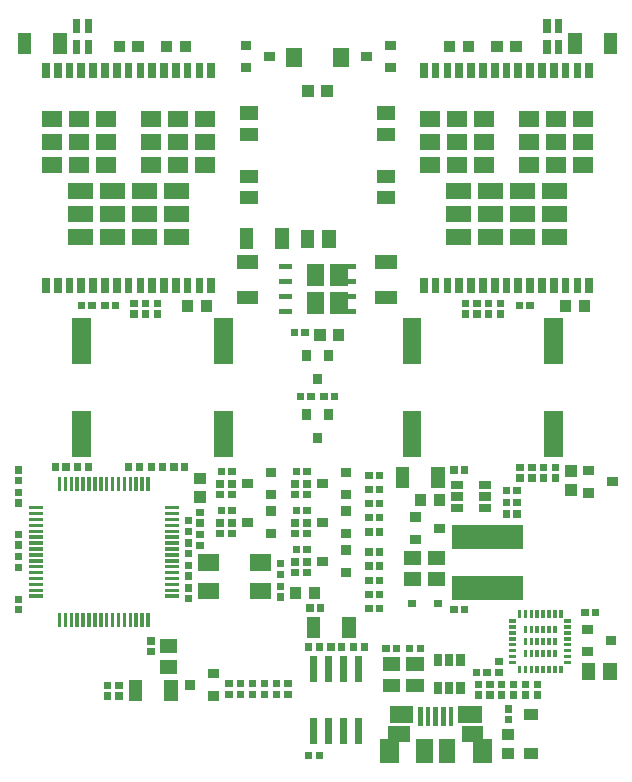
<source format=gbr>
G04 start of page 13 for group -4015 idx -4015 *
G04 Title: (unknown), toppaste *
G04 Creator: pcb 1.99z *
G04 CreationDate: Sat 29 Jun 2013 11:07:14 GMT UTC *
G04 For: rbarlow *
G04 Format: Gerber/RS-274X *
G04 PCB-Dimensions (mm): 70.00 90.00 *
G04 PCB-Coordinate-Origin: lower left *
%MOMM*%
%FSLAX43Y43*%
%LNTOPPASTE*%
%ADD196R,0.400X0.400*%
%ADD195R,1.460X1.460*%
%ADD194R,1.625X1.625*%
%ADD193R,1.375X1.375*%
%ADD192R,1.400X1.400*%
%ADD191R,2.000X2.000*%
%ADD190R,0.700X0.700*%
%ADD189R,0.910X0.910*%
%ADD188R,0.300X0.300*%
%ADD187R,0.620X0.620*%
%ADD186R,1.350X1.350*%
%ADD185R,0.650X0.650*%
%ADD184R,1.500X1.500*%
%ADD183R,0.450X0.450*%
%ADD182R,1.600X1.600*%
%ADD181R,0.950X0.950*%
%ADD180R,1.150X1.150*%
%ADD179R,0.600X0.600*%
%ADD178R,0.800X0.800*%
G54D178*X29900Y71000D02*X30000D01*
X29900Y69100D02*X30000D01*
X31900Y70050D02*X32000D01*
X42100Y69100D02*X42200D01*
X42100Y71000D02*X42200D01*
X40100Y70050D02*X40200D01*
G54D179*X16575Y71150D02*Y70550D01*
Y72950D02*Y72350D01*
X15625Y72950D02*Y72350D01*
Y71150D02*Y70550D01*
X56375Y71150D02*Y70550D01*
Y72950D02*Y72350D01*
X55425Y72950D02*Y72350D01*
Y71150D02*Y70550D01*
G54D180*X36950Y54750D02*Y54450D01*
X35150Y54750D02*Y54450D01*
G54D181*X52800Y70925D02*Y70875D01*
X51200Y70925D02*Y70875D01*
G54D180*X30000Y54975D02*Y54325D01*
X33000Y54975D02*Y54325D01*
X11200Y71475D02*Y70825D01*
X14200Y71475D02*Y70825D01*
X60800Y71475D02*Y70825D01*
X57800Y71475D02*Y70825D01*
G54D182*X16000Y47100D02*Y44800D01*
Y39200D02*Y36900D01*
X44000Y47100D02*Y44800D01*
Y39200D02*Y36900D01*
G54D183*X32970Y52265D02*X33600D01*
X32970Y50995D02*X33600D01*
X32970Y49725D02*X33600D01*
X32970Y48455D02*X33600D01*
X38475D02*X39025D01*
X38475Y49725D02*X39025D01*
X38475Y50995D02*X39025D01*
X38475Y52265D02*X39025D01*
G54D184*X35835Y51730D02*Y51360D01*
Y49360D02*Y48990D01*
X37835Y51730D02*Y51360D01*
Y49360D02*Y48990D01*
G54D181*X37800Y46475D02*Y46425D01*
X36200Y46475D02*Y46425D01*
G54D182*X28000Y47100D02*Y44800D01*
Y39200D02*Y36900D01*
X56000Y47100D02*Y44800D01*
Y39200D02*Y36900D01*
G54D181*X35200Y67175D02*Y67125D01*
X36800Y67175D02*Y67125D01*
G54D185*X13000Y50975D02*Y50325D01*
X14000Y50975D02*Y50325D01*
X15000Y50975D02*Y50325D01*
X16000Y50975D02*Y50325D01*
X17000Y50975D02*Y50325D01*
X18000Y50975D02*Y50325D01*
X19000Y50975D02*Y50325D01*
X20000Y50975D02*Y50325D01*
X21000Y50975D02*Y50325D01*
X22000Y50975D02*Y50325D01*
X23000Y50975D02*Y50325D01*
X24000Y50975D02*Y50325D01*
X25000Y50975D02*Y50325D01*
X26000Y50975D02*Y50325D01*
X27000Y50975D02*Y50325D01*
Y69175D02*Y68525D01*
X26000Y69175D02*Y68525D01*
X25000Y69175D02*Y68525D01*
X24000Y69175D02*Y68525D01*
X23000Y69175D02*Y68525D01*
X22000Y69175D02*Y68525D01*
X21000Y69175D02*Y68525D01*
X20000Y69175D02*Y68525D01*
X19000Y69175D02*Y68525D01*
X18000Y69175D02*Y68525D01*
X17000Y69175D02*Y68525D01*
X16000Y69175D02*Y68525D01*
X15000Y69175D02*Y68525D01*
X14000Y69175D02*Y68525D01*
X13000Y69175D02*Y68525D01*
G54D186*X20975Y58650D02*X21750D01*
X23700D02*X24475D01*
X15525D02*X16300D01*
X18250D02*X19025D01*
X20975Y56700D02*X21750D01*
X23700D02*X24475D01*
X15525D02*X16300D01*
X18250D02*X19025D01*
X20975Y54750D02*X21750D01*
X23700D02*X24475D01*
X15525D02*X16300D01*
X18250D02*X19025D01*
X17925Y64750D02*X18275D01*
X15625D02*X15975D01*
X13325D02*X13675D01*
X17925Y62800D02*X18275D01*
X15625D02*X15975D01*
X13325D02*X13675D01*
X17925Y60850D02*X18275D01*
X15625D02*X15975D01*
X13325D02*X13675D01*
X21725Y64750D02*X22075D01*
X24025D02*X24375D01*
X26325D02*X26675D01*
X21725Y62800D02*X22075D01*
X24025D02*X24375D01*
X26325D02*X26675D01*
X21725Y60850D02*X22075D01*
X24025D02*X24375D01*
X26325D02*X26675D01*
G54D185*X45000Y50975D02*Y50325D01*
X46000Y50975D02*Y50325D01*
X47000Y50975D02*Y50325D01*
X48000Y50975D02*Y50325D01*
X49000Y50975D02*Y50325D01*
X50000Y50975D02*Y50325D01*
X51000Y50975D02*Y50325D01*
X52000Y50975D02*Y50325D01*
X53000Y50975D02*Y50325D01*
X54000Y50975D02*Y50325D01*
X55000Y50975D02*Y50325D01*
X56000Y50975D02*Y50325D01*
X57000Y50975D02*Y50325D01*
X58000Y50975D02*Y50325D01*
X59000Y50975D02*Y50325D01*
Y69175D02*Y68525D01*
X58000Y69175D02*Y68525D01*
X57000Y69175D02*Y68525D01*
X56000Y69175D02*Y68525D01*
X55000Y69175D02*Y68525D01*
X54000Y69175D02*Y68525D01*
X53000Y69175D02*Y68525D01*
X52000Y69175D02*Y68525D01*
X51000Y69175D02*Y68525D01*
X50000Y69175D02*Y68525D01*
X49000Y69175D02*Y68525D01*
X48000Y69175D02*Y68525D01*
X47000Y69175D02*Y68525D01*
X46000Y69175D02*Y68525D01*
X45000Y69175D02*Y68525D01*
G54D186*X52975Y58650D02*X53750D01*
X55700D02*X56475D01*
X47525D02*X48300D01*
X50250D02*X51025D01*
X52975Y56700D02*X53750D01*
X55700D02*X56475D01*
X47525D02*X48300D01*
X50250D02*X51025D01*
X52975Y54750D02*X53750D01*
X55700D02*X56475D01*
X47525D02*X48300D01*
X50250D02*X51025D01*
X49925Y64750D02*X50275D01*
X47625D02*X47975D01*
X45325D02*X45675D01*
X49925Y62800D02*X50275D01*
X47625D02*X47975D01*
X45325D02*X45675D01*
X49925Y60850D02*X50275D01*
X47625D02*X47975D01*
X45325D02*X45675D01*
X53725Y64750D02*X54075D01*
X56025D02*X56375D01*
X58325D02*X58675D01*
X53725Y62800D02*X54075D01*
X56025D02*X56375D01*
X58325D02*X58675D01*
X53725Y60850D02*X54075D01*
X56025D02*X56375D01*
X58325D02*X58675D01*
G54D178*X27150Y15900D02*X27250D01*
X27150Y17800D02*X27250D01*
X25150Y16850D02*X25250D01*
G54D180*X41650Y65250D02*X41950D01*
X41650Y63450D02*X41950D01*
X41650Y59900D02*X41950D01*
X41650Y58100D02*X41950D01*
X30050Y65250D02*X30350D01*
X30050Y63450D02*X30350D01*
X30050Y59900D02*X30350D01*
X30050Y58100D02*X30350D01*
G54D187*X15699Y35300D02*X15701D01*
X16599D02*X16601D01*
X26050Y28651D02*Y28649D01*
Y29551D02*Y29549D01*
X25050Y28851D02*Y28849D01*
Y27951D02*Y27949D01*
G54D188*X23200Y24350D02*X24100D01*
X23200Y24850D02*X24100D01*
X23200Y25350D02*X24100D01*
X23200Y25850D02*X24100D01*
X23200Y26350D02*X24100D01*
X23200Y26850D02*X24100D01*
X23200Y27350D02*X24100D01*
X23200Y27850D02*X24100D01*
X23200Y28350D02*X24100D01*
X23200Y28850D02*X24100D01*
X23200Y29350D02*X24100D01*
X23200Y29850D02*X24100D01*
X23200Y30350D02*X24100D01*
X23200Y30850D02*X24100D01*
X23200Y31350D02*X24100D01*
X23200Y31850D02*X24100D01*
X21650Y34300D02*Y33400D01*
X21150Y34300D02*Y33400D01*
X20650Y34300D02*Y33400D01*
X20150Y34300D02*Y33400D01*
X19650Y34300D02*Y33400D01*
X19150Y34300D02*Y33400D01*
X18650Y34300D02*Y33400D01*
X18150Y34300D02*Y33400D01*
X17650Y34300D02*Y33400D01*
X17150Y34300D02*Y33400D01*
X16650Y34300D02*Y33400D01*
X16150Y34300D02*Y33400D01*
X15650Y34300D02*Y33400D01*
X15150Y34300D02*Y33400D01*
X14650Y34300D02*Y33400D01*
X14150Y34300D02*Y33400D01*
X11700Y31850D02*X12600D01*
X11700Y31350D02*X12600D01*
X11700Y30850D02*X12600D01*
X11700Y30350D02*X12600D01*
X11700Y29850D02*X12600D01*
X11700Y29350D02*X12600D01*
X11700Y28850D02*X12600D01*
X11700Y28350D02*X12600D01*
X11700Y27850D02*X12600D01*
X11700Y27350D02*X12600D01*
X11700Y26850D02*X12600D01*
X11700Y26350D02*X12600D01*
X11700Y25850D02*X12600D01*
X11700Y25350D02*X12600D01*
X11700Y24850D02*X12600D01*
X11700Y24350D02*X12600D01*
X14150Y22800D02*Y21900D01*
X14650Y22800D02*Y21900D01*
X15150Y22800D02*Y21900D01*
X15650Y22800D02*Y21900D01*
X16150Y22800D02*Y21900D01*
X16650Y22800D02*Y21900D01*
X17150Y22800D02*Y21900D01*
X17650Y22800D02*Y21900D01*
X18150Y22800D02*Y21900D01*
X18650Y22800D02*Y21900D01*
X19150Y22800D02*Y21900D01*
X19650Y22800D02*Y21900D01*
X20150Y22800D02*Y21900D01*
X20650Y22800D02*Y21900D01*
X21150Y22800D02*Y21900D01*
X21650Y22800D02*Y21900D01*
G54D181*X26600Y48975D02*Y48925D01*
X25000Y48975D02*Y48925D01*
G54D180*X29725Y52650D02*X30375D01*
X29725Y49650D02*X30375D01*
G54D181*X58600Y48975D02*Y48925D01*
X57000Y48975D02*Y48925D01*
G54D180*X41475Y52650D02*X42125D01*
X41475Y49650D02*X42125D01*
G54D181*X24800Y70925D02*Y70875D01*
X23200Y70925D02*Y70875D01*
X20800Y70925D02*Y70875D01*
X19200Y70925D02*Y70875D01*
X48800Y70925D02*Y70875D01*
X47200Y70925D02*Y70875D01*
G54D178*X36950Y39800D02*Y39700D01*
X35050Y39800D02*Y39700D01*
X36000Y37800D02*Y37700D01*
G54D187*X34949Y46700D02*X34951D01*
X34049D02*X34051D01*
X37449Y41250D02*X37451D01*
X36549D02*X36551D01*
G54D178*X36950Y44800D02*Y44700D01*
X35050Y44800D02*Y44700D01*
X36000Y42800D02*Y42700D01*
G54D187*X35449Y41250D02*X35451D01*
X34549D02*X34551D01*
G54D188*X56600Y23000D02*Y22700D01*
X56100Y23000D02*Y22700D01*
X55600Y23000D02*Y22700D01*
X55100Y23000D02*Y22700D01*
X54600Y23000D02*Y22700D01*
X54100Y23000D02*Y22700D01*
X53600Y23000D02*Y22700D01*
X53100Y23000D02*Y22700D01*
X52350Y22250D02*X52650D01*
X52350Y21750D02*X52650D01*
X52350Y21250D02*X52650D01*
X52350Y20750D02*X52650D01*
X52350Y20250D02*X52650D01*
X52350Y19750D02*X52650D01*
X52350Y19250D02*X52650D01*
X52350Y18750D02*X52650D01*
X56600Y18300D02*Y18000D01*
X56100Y18300D02*Y18000D01*
X55600Y18300D02*Y18000D01*
X55100Y18300D02*Y18000D01*
X54600Y18300D02*Y18000D01*
X54100Y18300D02*Y18000D01*
X53600Y18300D02*Y18000D01*
X53100Y18300D02*Y18000D01*
X57050Y22250D02*X57350D01*
X57050Y21750D02*X57350D01*
X57050Y21250D02*X57350D01*
X57050Y20750D02*X57350D01*
X57050Y20250D02*X57350D01*
X57050Y19750D02*X57350D01*
X57050Y19250D02*X57350D01*
X57050Y18750D02*X57350D01*
X56100Y21650D02*Y21350D01*
X55600Y21650D02*Y21350D01*
X55100Y21650D02*Y21350D01*
X54600Y21650D02*Y21350D01*
X54100Y21650D02*Y21350D01*
X53600Y21650D02*Y21350D01*
X56100Y20650D02*Y20350D01*
X55600Y20650D02*Y20350D01*
X55100Y20650D02*Y20350D01*
X54600Y20650D02*Y20350D01*
X54100Y20650D02*Y20350D01*
X53600Y20650D02*Y20350D01*
X56100Y19650D02*Y19350D01*
X55600Y19650D02*Y19350D01*
X55100Y19650D02*Y19350D01*
X54600Y19650D02*Y19350D01*
X54100Y19650D02*Y19350D01*
X53600Y19650D02*Y19350D01*
G54D180*X58950Y18100D02*Y17800D01*
X60750Y18100D02*Y17800D01*
G54D181*X52125Y11050D02*X52175D01*
X52125Y12650D02*X52175D01*
G54D187*X52150Y14801D02*Y14799D01*
Y13901D02*Y13899D01*
X51350Y17901D02*Y17899D01*
Y18801D02*Y18799D01*
X59549Y22950D02*X59551D01*
X58649D02*X58651D01*
X19200Y15901D02*Y15899D01*
Y16801D02*Y16799D01*
X18200Y16801D02*Y16799D01*
Y15901D02*Y15899D01*
G54D180*X23600Y16675D02*Y16025D01*
X20600Y16675D02*Y16025D01*
G54D189*X53895Y14335D02*X54205D01*
X53895Y11065D02*X54205D01*
G54D178*X58800Y21550D02*X58900D01*
X58800Y19650D02*X58900D01*
X60800Y20600D02*X60900D01*
G54D187*X36149Y10850D02*X36151D01*
X35249D02*X35251D01*
X50349Y17900D02*X50351D01*
X49449D02*X49451D01*
G54D178*X58900Y35000D02*X59000D01*
X58900Y33100D02*X59000D01*
X60900Y34050D02*X61000D01*
G54D181*X57425Y34950D02*X57475D01*
X57425Y33350D02*X57475D01*
G54D180*X23250Y18350D02*X23550D01*
X23250Y20150D02*X23550D01*
G54D187*X21900Y19651D02*Y19649D01*
Y20551D02*Y20549D01*
X10700Y24101D02*Y24099D01*
Y23201D02*Y23199D01*
X14699Y35300D02*X14701D01*
X13799D02*X13801D01*
X20899D02*X20901D01*
X19999D02*X20001D01*
G54D181*X26025Y34350D02*X26075D01*
X26025Y32750D02*X26075D01*
G54D187*X25050Y29851D02*Y29849D01*
Y30751D02*Y30749D01*
X39949Y20050D02*X39951D01*
X39049D02*X39051D01*
X38049D02*X38051D01*
X37149D02*X37151D01*
X36149D02*X36151D01*
X35249D02*X35251D01*
X32850Y26201D02*Y26199D01*
Y27101D02*Y27099D01*
X25050Y24151D02*Y24149D01*
Y25051D02*Y25049D01*
Y26051D02*Y26049D01*
Y26951D02*Y26949D01*
G54D180*X38650Y22025D02*Y21375D01*
X35650Y22025D02*Y21375D01*
G54D187*X36249Y23350D02*X36251D01*
X35349D02*X35351D01*
G54D181*X35750Y24675D02*Y24625D01*
X34150Y24675D02*Y24625D01*
G54D187*X32850Y25201D02*Y25199D01*
Y24301D02*Y24299D01*
X53150Y35251D02*Y35249D01*
Y34351D02*Y34349D01*
X56150Y34351D02*Y34349D01*
Y35251D02*Y35249D01*
X55150Y34351D02*Y34349D01*
Y35251D02*Y35249D01*
X54150Y35251D02*Y35249D01*
Y34351D02*Y34349D01*
G54D179*X46199Y23750D02*X46201D01*
X43999D02*X44001D01*
G54D190*X50050Y31850D02*X50350D01*
X50050Y32800D02*X50350D01*
X50050Y33750D02*X50350D01*
X47650D02*X47950D01*
X47650Y32800D02*X47950D01*
X47650Y31850D02*X47950D01*
G54D187*X52899Y31300D02*X52901D01*
X51999D02*X52001D01*
G54D191*X48400Y29350D02*X52400D01*
X48400Y25050D02*X52400D01*
G54D187*X47549Y35050D02*X47551D01*
X48449D02*X48451D01*
X51999Y32300D02*X52001D01*
X52899D02*X52901D01*
X48449Y23200D02*X48451D01*
X47549D02*X47551D01*
G54D180*X43900Y27600D02*X44200D01*
X43900Y25800D02*X44200D01*
G54D178*X44250Y31050D02*X44350D01*
X44250Y29150D02*X44350D01*
X46250Y30100D02*X46350D01*
G54D180*X45900Y27600D02*X46200D01*
X45900Y25800D02*X46200D01*
X43200Y34725D02*Y34075D01*
X46200Y34725D02*Y34075D01*
G54D181*X44700Y32525D02*Y32475D01*
X46300Y32525D02*Y32475D01*
G54D187*X52899Y33300D02*X52901D01*
X51999D02*X52001D01*
X24749Y35300D02*X24751D01*
X23849D02*X23851D01*
X10700Y32251D02*Y32249D01*
Y33151D02*Y33149D01*
Y35051D02*Y35049D01*
Y34151D02*Y34149D01*
Y29601D02*Y29599D01*
Y28701D02*Y28699D01*
Y26801D02*Y26799D01*
Y27701D02*Y27699D01*
X26050Y30551D02*Y30549D01*
Y31451D02*Y31449D01*
G54D178*X38350Y32950D02*X38450D01*
X38350Y34850D02*X38450D01*
X36350Y33900D02*X36450D01*
G54D187*X35100Y32951D02*Y32949D01*
Y33851D02*Y33849D01*
X34100Y32951D02*Y32949D01*
Y33851D02*Y33849D01*
X34199Y34900D02*X34201D01*
X35099D02*X35101D01*
X35100Y26351D02*Y26349D01*
Y27251D02*Y27249D01*
X34100Y26351D02*Y26349D01*
Y27251D02*Y27249D01*
X34199Y28300D02*X34201D01*
X35099D02*X35101D01*
G54D178*X38350Y26350D02*X38450D01*
X38350Y28250D02*X38450D01*
X36350Y27300D02*X36450D01*
X38350Y29650D02*X38450D01*
X38350Y31550D02*X38450D01*
X36350Y30600D02*X36450D01*
G54D187*X34199Y31600D02*X34201D01*
X35099D02*X35101D01*
X35100Y29651D02*Y29649D01*
Y30551D02*Y30549D01*
X34100Y29651D02*Y29649D01*
Y30551D02*Y30549D01*
G54D178*X32000Y32950D02*X32100D01*
X32000Y34850D02*X32100D01*
X30000Y33900D02*X30100D01*
X32000Y29650D02*X32100D01*
X32000Y31550D02*X32100D01*
X30000Y30600D02*X30100D01*
G54D187*X27750Y29651D02*Y29649D01*
Y30551D02*Y30549D01*
X27849Y31600D02*X27851D01*
X28749D02*X28751D01*
X28750Y29651D02*Y29649D01*
Y30551D02*Y30549D01*
X27849Y34900D02*X27851D01*
X28749D02*X28751D01*
X27750Y32951D02*Y32949D01*
Y33851D02*Y33849D01*
X28750Y32951D02*Y32949D01*
Y33851D02*Y33849D01*
X21949Y35300D02*X21951D01*
X22849D02*X22851D01*
X18899Y48950D02*X18901D01*
X17999D02*X18001D01*
X21450Y48251D02*Y48249D01*
Y49151D02*Y49149D01*
X53999Y48950D02*X54001D01*
X53099D02*X53101D01*
X48500Y49151D02*Y49149D01*
Y48251D02*Y48249D01*
X15999Y48950D02*X16001D01*
X16899D02*X16901D01*
X22450Y49151D02*Y49149D01*
Y48251D02*Y48249D01*
X20450Y49151D02*Y49149D01*
Y48251D02*Y48249D01*
X51500Y48251D02*Y48249D01*
Y49151D02*Y49149D01*
X49500Y48251D02*Y48249D01*
Y49151D02*Y49149D01*
X50500Y49151D02*Y49149D01*
Y48251D02*Y48249D01*
G54D179*X35695Y13750D02*Y12150D01*
X36965Y13750D02*Y12150D01*
X38235Y13750D02*Y12150D01*
X39505Y13750D02*Y12150D01*
Y18950D02*Y17350D01*
X38235Y18950D02*Y17350D01*
X36965Y18950D02*Y17350D01*
X35695Y18950D02*Y17350D01*
G54D192*X38000Y70070D02*Y69830D01*
X34000Y70070D02*Y69830D01*
G54D187*X31500Y16051D02*Y16049D01*
Y16951D02*Y16949D01*
X32500Y16951D02*Y16949D01*
Y16051D02*Y16049D01*
X29500Y16051D02*Y16049D01*
Y16951D02*Y16949D01*
X33500Y16951D02*Y16949D01*
Y16051D02*Y16049D01*
X30500Y16051D02*Y16049D01*
Y16951D02*Y16949D01*
X28500Y16951D02*Y16949D01*
Y16051D02*Y16049D01*
G54D190*X48100Y19100D02*Y18800D01*
X47150Y19100D02*Y18800D01*
X46200Y19100D02*Y18800D01*
Y16700D02*Y16400D01*
X47150Y16700D02*Y16400D01*
X48100Y16700D02*Y16400D01*
G54D187*X43799Y19950D02*X43801D01*
X44699D02*X44701D01*
G54D180*X44100Y16800D02*X44400D01*
X44100Y18600D02*X44400D01*
G54D187*X41799Y19950D02*X41801D01*
X42699D02*X42701D01*
G54D180*X42100Y16800D02*X42400D01*
X42100Y18600D02*X42400D01*
G54D187*X54600Y16001D02*Y15999D01*
Y16901D02*Y16899D01*
X53600Y16001D02*Y15999D01*
Y16901D02*Y16899D01*
X50600Y16901D02*Y16899D01*
Y16001D02*Y15999D01*
X49600Y16001D02*Y15999D01*
Y16901D02*Y16899D01*
X52600Y16001D02*Y15999D01*
Y16901D02*Y16899D01*
X51600Y16901D02*Y16899D01*
Y16001D02*Y15999D01*
X41249Y28100D02*X41251D01*
X40349D02*X40351D01*
X40349Y32200D02*X40351D01*
X41249D02*X41251D01*
X41249Y33400D02*X41251D01*
X40349D02*X40351D01*
X40349Y31000D02*X40351D01*
X41249D02*X41251D01*
X41249Y29800D02*X41251D01*
X40349D02*X40351D01*
X40349Y25700D02*X40351D01*
X41249D02*X41251D01*
X41249Y26900D02*X41251D01*
X40349D02*X40351D01*
X40349Y24500D02*X40351D01*
X41249D02*X41251D01*
X41249Y23300D02*X41251D01*
X40349D02*X40351D01*
X41249Y34600D02*X41251D01*
X40349D02*X40351D01*
G54D192*X30950Y27200D02*X31350D01*
X26550D02*X26950D01*
X26550Y24800D02*X26950D01*
X30950D02*X31350D01*
G54D193*X45063Y11613D02*Y10887D01*
X46937Y11613D02*Y10887D01*
G54D194*X42063Y11487D02*Y11012D01*
X49937Y11487D02*Y11012D01*
G54D186*X42638Y12675D02*X43113D01*
X48887D02*X49362D01*
G54D195*X42830Y14330D02*X43370D01*
X48630D02*X49170D01*
G54D196*X47300Y14800D02*Y13600D01*
X46650Y14800D02*Y13600D01*
X46000Y14800D02*Y13600D01*
X45350Y14800D02*Y13600D01*
X44700Y14800D02*Y13600D01*
M02*

</source>
